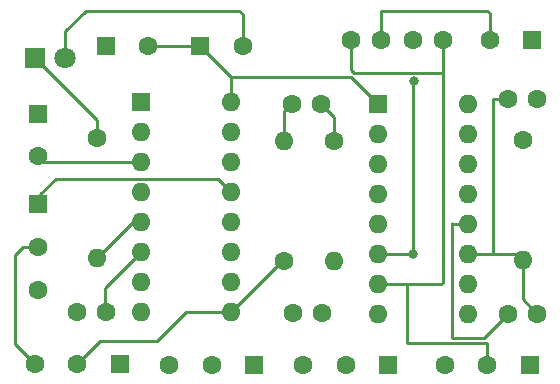
<source format=gtl>
G04 #@! TF.GenerationSoftware,KiCad,Pcbnew,(6.0.2-0)*
G04 #@! TF.CreationDate,2024-11-08T08:50:17-05:00*
G04 #@! TF.ProjectId,Joy_of_Motion,4a6f795f-6f66-45f4-9d6f-74696f6e2e6b,rev?*
G04 #@! TF.SameCoordinates,Original*
G04 #@! TF.FileFunction,Copper,L1,Top*
G04 #@! TF.FilePolarity,Positive*
%FSLAX46Y46*%
G04 Gerber Fmt 4.6, Leading zero omitted, Abs format (unit mm)*
G04 Created by KiCad (PCBNEW (6.0.2-0)) date 2024-11-08 08:50:17*
%MOMM*%
%LPD*%
G01*
G04 APERTURE LIST*
G04 Aperture macros list*
%AMRoundRect*
0 Rectangle with rounded corners*
0 $1 Rounding radius*
0 $2 $3 $4 $5 $6 $7 $8 $9 X,Y pos of 4 corners*
0 Add a 4 corners polygon primitive as box body*
4,1,4,$2,$3,$4,$5,$6,$7,$8,$9,$2,$3,0*
0 Add four circle primitives for the rounded corners*
1,1,$1+$1,$2,$3*
1,1,$1+$1,$4,$5*
1,1,$1+$1,$6,$7*
1,1,$1+$1,$8,$9*
0 Add four rect primitives between the rounded corners*
20,1,$1+$1,$2,$3,$4,$5,0*
20,1,$1+$1,$4,$5,$6,$7,0*
20,1,$1+$1,$6,$7,$8,$9,0*
20,1,$1+$1,$8,$9,$2,$3,0*%
G04 Aperture macros list end*
G04 #@! TA.AperFunction,ComponentPad*
%ADD10RoundRect,0.250000X-0.550000X0.550000X-0.550000X-0.550000X0.550000X-0.550000X0.550000X0.550000X0*%
G04 #@! TD*
G04 #@! TA.AperFunction,ComponentPad*
%ADD11C,1.600000*%
G04 #@! TD*
G04 #@! TA.AperFunction,ComponentPad*
%ADD12O,1.600000X1.600000*%
G04 #@! TD*
G04 #@! TA.AperFunction,ComponentPad*
%ADD13RoundRect,0.250000X0.550000X0.550000X-0.550000X0.550000X-0.550000X-0.550000X0.550000X-0.550000X0*%
G04 #@! TD*
G04 #@! TA.AperFunction,ComponentPad*
%ADD14R,1.600000X1.600000*%
G04 #@! TD*
G04 #@! TA.AperFunction,ComponentPad*
%ADD15RoundRect,0.250000X-0.550000X-0.550000X0.550000X-0.550000X0.550000X0.550000X-0.550000X0.550000X0*%
G04 #@! TD*
G04 #@! TA.AperFunction,ComponentPad*
%ADD16R,1.800000X1.800000*%
G04 #@! TD*
G04 #@! TA.AperFunction,ComponentPad*
%ADD17C,1.800000*%
G04 #@! TD*
G04 #@! TA.AperFunction,ViaPad*
%ADD18C,0.800000*%
G04 #@! TD*
G04 #@! TA.AperFunction,Conductor*
%ADD19C,0.250000*%
G04 #@! TD*
G04 APERTURE END LIST*
D10*
X86500000Y-56900000D03*
D11*
X86500000Y-60500000D03*
X86500000Y-64100000D03*
X110425854Y-48381619D03*
X107925854Y-48381619D03*
X91492552Y-51247901D03*
D12*
X91492552Y-61407901D03*
D11*
X108013227Y-66127946D03*
X110513227Y-66127946D03*
D13*
X128300000Y-43000000D03*
D11*
X124700000Y-43000000D03*
X89750000Y-66000000D03*
X92250000Y-66000000D03*
X126250000Y-66131476D03*
X128750000Y-66131476D03*
D13*
X93385216Y-70427824D03*
D11*
X89785216Y-70427824D03*
X86185216Y-70427824D03*
X113000000Y-43000000D03*
X115500000Y-43000000D03*
D14*
X115249523Y-48398835D03*
D12*
X115249523Y-50938835D03*
X115249523Y-53478835D03*
X115249523Y-56018835D03*
X115249523Y-58558835D03*
X115249523Y-61098835D03*
X115249523Y-63638835D03*
X115249523Y-66178835D03*
X122869523Y-66178835D03*
X122869523Y-63638835D03*
X122869523Y-61098835D03*
X122869523Y-58558835D03*
X122869523Y-56018835D03*
X122869523Y-53478835D03*
X122869523Y-50938835D03*
X122869523Y-48398835D03*
D15*
X92200000Y-43500000D03*
D11*
X95800000Y-43500000D03*
D15*
X100200000Y-43500000D03*
D11*
X103800000Y-43500000D03*
D13*
X128100000Y-70500000D03*
D11*
X124500000Y-70500000D03*
X120900000Y-70500000D03*
D13*
X104766710Y-70500000D03*
D11*
X101166710Y-70500000D03*
X97566710Y-70500000D03*
X118250000Y-43000000D03*
X120750000Y-43000000D03*
X111500000Y-51500000D03*
D12*
X111500000Y-61660000D03*
D10*
X86500000Y-49200000D03*
D11*
X86500000Y-52800000D03*
X127500000Y-51420000D03*
D12*
X127500000Y-61580000D03*
D14*
X95200000Y-48224469D03*
D12*
X95200000Y-50764469D03*
X95200000Y-53304469D03*
X95200000Y-55844469D03*
X95200000Y-58384469D03*
X95200000Y-60924469D03*
X95200000Y-63464469D03*
X95200000Y-66004469D03*
X102820000Y-66004469D03*
X102820000Y-63464469D03*
X102820000Y-60924469D03*
X102820000Y-58384469D03*
X102820000Y-55844469D03*
X102820000Y-53304469D03*
X102820000Y-50764469D03*
X102820000Y-48224469D03*
D11*
X126250000Y-48000000D03*
X128750000Y-48000000D03*
D16*
X86225000Y-44500000D03*
D17*
X88765000Y-44500000D03*
D13*
X116099485Y-70525378D03*
D11*
X112499485Y-70525378D03*
X108899485Y-70525378D03*
D12*
X107324339Y-51518326D03*
D11*
X107324339Y-61678326D03*
D18*
X118250000Y-61109515D03*
X118269102Y-46474500D03*
D19*
X115249523Y-61098835D02*
X118239320Y-61098835D01*
X118250000Y-46493602D02*
X118269102Y-46474500D01*
X118250000Y-61109515D02*
X118250000Y-46493602D01*
X118239320Y-61098835D02*
X118250000Y-61109515D01*
X124901165Y-61098835D02*
X122869523Y-61098835D01*
X127500000Y-64881476D02*
X128750000Y-66131476D01*
X126250000Y-48000000D02*
X125000000Y-48000000D01*
X127018835Y-61098835D02*
X127500000Y-61580000D01*
X125000000Y-48000000D02*
X125000000Y-61000000D01*
X125000000Y-61000000D02*
X124901165Y-61098835D01*
X127500000Y-61580000D02*
X127500000Y-64881476D01*
X122869523Y-61098835D02*
X127018835Y-61098835D01*
X124200669Y-68180807D02*
X121500000Y-68180807D01*
X121558835Y-58558835D02*
X122869523Y-58558835D01*
X121500000Y-68180807D02*
X121500000Y-58500000D01*
X126250000Y-66131476D02*
X124200669Y-68180807D01*
X94515984Y-58384469D02*
X95200000Y-58384469D01*
X111500000Y-51500000D02*
X111500000Y-49455765D01*
X111500000Y-49455765D02*
X110425854Y-48381619D01*
X91492552Y-61407901D02*
X94515984Y-58384469D01*
X107324339Y-51518326D02*
X107324339Y-48983134D01*
X107324339Y-48983134D02*
X107925854Y-48381619D01*
X92139375Y-63985094D02*
X92139375Y-65889376D01*
X95200000Y-60924469D02*
X92139375Y-63985094D01*
X101695489Y-54719958D02*
X87955173Y-54719958D01*
X102820000Y-55844469D02*
X101695489Y-54719958D01*
X87955173Y-54719958D02*
X86623305Y-56051826D01*
X84500000Y-68742608D02*
X86185216Y-70427824D01*
X85208172Y-60500000D02*
X84500000Y-61208172D01*
X86500000Y-60500000D02*
X85208172Y-60500000D01*
X84500000Y-61208172D02*
X84500000Y-68742608D01*
X112970688Y-46120000D02*
X102820000Y-46120000D01*
X100200000Y-43500000D02*
X95800000Y-43500000D01*
X102820000Y-46120000D02*
X100200000Y-43500000D01*
X102820000Y-48224469D02*
X102820000Y-46120000D01*
X115249523Y-48398835D02*
X112970688Y-46120000D01*
X124700000Y-43000000D02*
X124700000Y-40700000D01*
X124500000Y-40500000D02*
X115500000Y-40500000D01*
X124700000Y-40700000D02*
X124500000Y-40500000D01*
X115500000Y-40500000D02*
X115500000Y-43000000D01*
X91492552Y-49767552D02*
X86225000Y-44500000D01*
X91492552Y-51247901D02*
X91492552Y-49767552D01*
X88765000Y-44500000D02*
X88765000Y-42235000D01*
X103500000Y-40500000D02*
X103800000Y-40800000D01*
X88765000Y-42235000D02*
X90500000Y-40500000D01*
X103800000Y-40800000D02*
X103800000Y-43500000D01*
X90500000Y-40500000D02*
X103500000Y-40500000D01*
X124461188Y-68630327D02*
X124500000Y-68669139D01*
X120750000Y-45750000D02*
X120750000Y-63506505D01*
X120750000Y-43000000D02*
X120750000Y-45750000D01*
X113000000Y-43000000D02*
X113000000Y-45500000D01*
X117669818Y-63654964D02*
X117669818Y-68630327D01*
X117644942Y-63630088D02*
X117669818Y-63654964D01*
X120750000Y-63506505D02*
X120594835Y-63661670D01*
X120594835Y-63661670D02*
X117676524Y-63661670D01*
X115249523Y-63638835D02*
X117636195Y-63638835D01*
X117636195Y-63638835D02*
X117644942Y-63630088D01*
X124500000Y-68669139D02*
X124500000Y-70500000D01*
X117676524Y-63661670D02*
X117669818Y-63654964D01*
X117669818Y-68630327D02*
X124461188Y-68630327D01*
X113250000Y-45750000D02*
X120750000Y-45750000D01*
X113000000Y-45500000D02*
X113250000Y-45750000D01*
X91713040Y-68500000D02*
X89785216Y-70427824D01*
X102820000Y-66004469D02*
X107146143Y-61678326D01*
X98995531Y-66004469D02*
X96500000Y-68500000D01*
X102820000Y-66004469D02*
X98995531Y-66004469D01*
X96500000Y-68500000D02*
X91713040Y-68500000D01*
X107146143Y-61678326D02*
X107324339Y-61678326D01*
X87004469Y-53304469D02*
X86500000Y-52800000D01*
X95200000Y-53304469D02*
X87004469Y-53304469D01*
M02*

</source>
